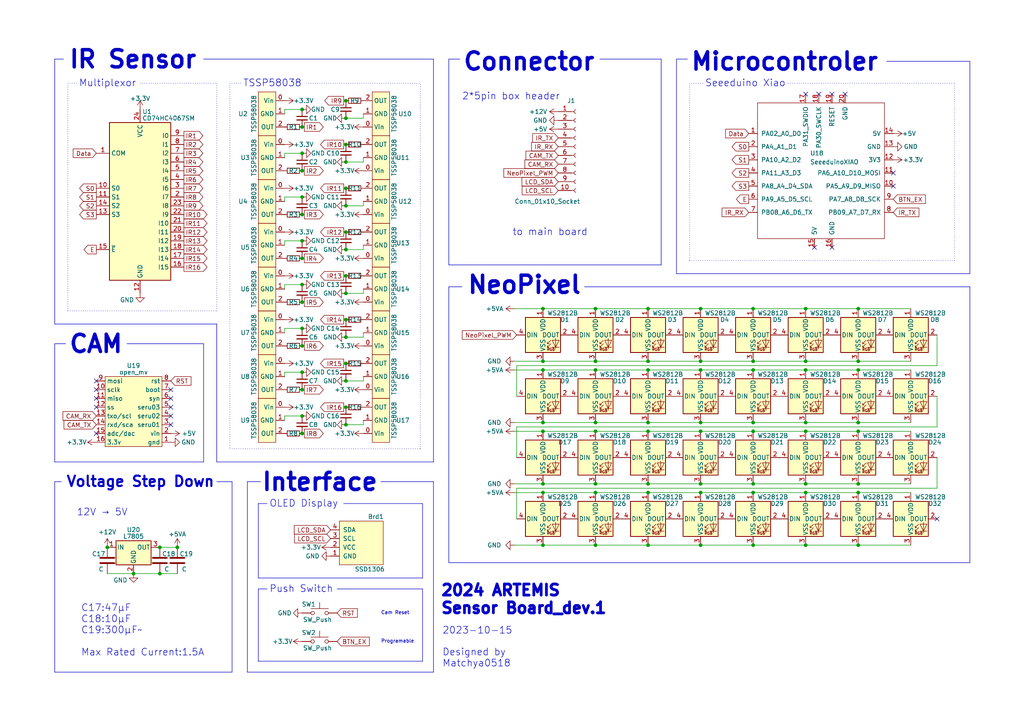
<source format=kicad_sch>
(kicad_sch (version 20230121) (generator eeschema)
  (paper "A4")
  (junction (at 248.92 125.095))
  (junction (at 203.2 142.875))
  (junction (at 233.68 107.315))
  (junction (at 100.33 72.39))
  (junction (at 100.33 110.49))
  (junction (at 248.92 122.555))
  (junction (at 46.355 158.75))
  (junction (at 248.92 158.115))
  (junction (at 187.96 122.555))
  (junction (at 172.72 140.335))
  (junction (at 157.48 140.335))
  (junction (at 218.44 158.115))
  (junction (at 187.96 107.315))
  (junction (at 87.63 87.63))
  (junction (at 203.2 140.335))
  (junction (at 172.72 158.115))
  (junction (at 172.72 89.535))
  (junction (at 233.68 122.555))
  (junction (at 203.2 89.535))
  (junction (at 157.48 107.315))
  (junction (at 248.92 104.775))
  (junction (at 233.68 104.775))
  (junction (at 46.355 166.37))
  (junction (at 187.96 125.095))
  (junction (at 87.63 95.25))
  (junction (at 157.48 158.115))
  (junction (at 187.96 158.115))
  (junction (at 100.33 105.41))
  (junction (at 51.435 158.75))
  (junction (at 157.48 122.555))
  (junction (at 87.63 31.75))
  (junction (at 203.2 122.555))
  (junction (at 87.63 107.95))
  (junction (at 157.48 142.875))
  (junction (at 87.63 120.65))
  (junction (at 233.68 140.335))
  (junction (at 172.72 122.555))
  (junction (at 100.33 46.99))
  (junction (at 31.115 158.75))
  (junction (at 187.96 104.775))
  (junction (at 218.44 104.775))
  (junction (at 87.63 100.33))
  (junction (at 100.33 118.11))
  (junction (at 172.72 125.095))
  (junction (at 172.72 107.315))
  (junction (at 100.33 80.01))
  (junction (at 248.92 140.335))
  (junction (at 100.33 41.91))
  (junction (at 172.72 104.775))
  (junction (at 100.33 29.21))
  (junction (at 218.44 89.535))
  (junction (at 218.44 142.875))
  (junction (at 248.92 107.315))
  (junction (at 203.2 104.775))
  (junction (at 203.2 125.095))
  (junction (at 100.33 34.29))
  (junction (at 38.735 166.37))
  (junction (at 87.63 57.15))
  (junction (at 87.63 82.55))
  (junction (at 100.33 123.19))
  (junction (at 187.96 142.875))
  (junction (at 218.44 122.555))
  (junction (at 233.68 142.875))
  (junction (at 233.68 89.535))
  (junction (at 218.44 107.315))
  (junction (at 172.72 142.875))
  (junction (at 87.63 49.53))
  (junction (at 87.63 113.03))
  (junction (at 100.33 85.09))
  (junction (at 248.92 89.535))
  (junction (at 87.63 44.45))
  (junction (at 87.63 74.93))
  (junction (at 100.33 97.79))
  (junction (at 157.48 89.535))
  (junction (at 203.2 158.115))
  (junction (at 157.48 125.095))
  (junction (at 187.96 89.535))
  (junction (at 87.63 36.83))
  (junction (at 100.33 59.69))
  (junction (at 248.92 142.875))
  (junction (at 157.48 104.775))
  (junction (at 233.68 125.095))
  (junction (at 87.63 69.85))
  (junction (at 100.33 92.71))
  (junction (at 218.44 140.335))
  (junction (at 87.63 62.23))
  (junction (at 187.96 140.335))
  (junction (at 87.63 125.73))
  (junction (at 203.2 107.315))
  (junction (at 233.68 158.115))
  (junction (at 100.33 67.31))
  (junction (at 100.33 54.61))
  (junction (at 218.44 125.095))
  (no_connect (at 49.53 118.11))
  (no_connect (at 27.94 118.11))
  (no_connect (at 49.53 113.03))
  (no_connect (at 27.94 110.49))
  (no_connect (at 49.53 115.57))
  (no_connect (at 259.08 50.165))
  (no_connect (at 27.94 113.03))
  (no_connect (at 49.53 123.19))
  (no_connect (at 271.78 150.495))
  (no_connect (at 237.49 27.305))
  (no_connect (at 241.3 71.755))
  (no_connect (at 245.11 27.305))
  (no_connect (at 49.53 120.65))
  (no_connect (at 233.68 27.305))
  (no_connect (at 241.3 27.305))
  (no_connect (at 236.22 71.755))
  (no_connect (at 27.94 115.57))
  (no_connect (at 259.08 53.975))
  (no_connect (at 27.94 125.73))
  (wire (pts (xy 172.72 158.115) (xy 187.96 158.115)))
  (wire (pts (xy 233.68 107.315) (xy 248.92 107.315)))
  (polyline (pts (xy 191.77 76.835) (xy 191.77 17.145)))
  (wire (pts (xy 82.55 31.75) (xy 82.55 33.02)))
  (polyline (pts (xy 66.675 24.13) (xy 66.675 130.175)) (stroke (width 0) (type dot)))
  (wire (pts (xy 88.265 36.83) (xy 87.63 36.83)))
  (wire (pts (xy 100.33 110.49) (xy 105.41 110.49)))
  (polyline (pts (xy 15.875 133.985) (xy 59.055 133.985)))
  (wire (pts (xy 271.78 132.715) (xy 271.78 141.605)))
  (wire (pts (xy 31.115 166.37) (xy 38.735 166.37)))
  (wire (pts (xy 46.355 166.37) (xy 51.435 166.37)))
  (wire (pts (xy 157.48 107.315) (xy 172.72 107.315)))
  (wire (pts (xy 87.63 95.25) (xy 82.55 95.25)))
  (wire (pts (xy 88.265 113.03) (xy 87.63 113.03)))
  (wire (pts (xy 187.96 125.095) (xy 203.2 125.095)))
  (wire (pts (xy 157.48 104.775) (xy 172.72 104.775)))
  (polyline (pts (xy 199.39 17.145) (xy 196.215 17.145)))
  (polyline (pts (xy 67.31 194.945) (xy 67.31 139.7)))
  (polyline (pts (xy 66.675 130.175) (xy 121.92 130.175)) (stroke (width 0) (type dot)))
  (wire (pts (xy 271.78 106.045) (xy 271.78 97.155)))
  (wire (pts (xy 157.48 125.095) (xy 172.72 125.095)))
  (wire (pts (xy 105.41 46.99) (xy 105.41 45.72)))
  (wire (pts (xy 233.68 142.875) (xy 248.92 142.875)))
  (wire (pts (xy 99.695 54.61) (xy 100.33 54.61)))
  (wire (pts (xy 105.41 34.29) (xy 105.41 33.02)))
  (polyline (pts (xy 59.055 17.145) (xy 125.73 17.145)))
  (wire (pts (xy 248.92 122.555) (xy 264.16 122.555)))
  (polyline (pts (xy 15.875 99.695) (xy 15.875 133.985)))
  (wire (pts (xy 149.86 106.045) (xy 271.78 106.045)))
  (polyline (pts (xy 203.835 24.13) (xy 200.025 24.13)) (stroke (width 0) (type dot)))
  (polyline (pts (xy 69.85 24.13) (xy 66.675 24.13)) (stroke (width 0) (type dot)))
  (wire (pts (xy 248.92 104.775) (xy 264.16 104.775)))
  (polyline (pts (xy 71.755 194.945) (xy 125.73 194.945)))
  (wire (pts (xy 218.44 122.555) (xy 233.68 122.555)))
  (polyline (pts (xy 281.305 79.375) (xy 281.305 17.78)))
  (polyline (pts (xy 17.78 139.7) (xy 15.875 139.7)))
  (wire (pts (xy 99.695 67.31) (xy 100.33 67.31)))
  (polyline (pts (xy 62.865 90.17) (xy 62.865 24.13)) (stroke (width 0) (type dot)))
  (wire (pts (xy 271.78 114.935) (xy 271.78 123.825)))
  (wire (pts (xy 82.55 95.25) (xy 82.55 96.52)))
  (wire (pts (xy 88.265 49.53) (xy 87.63 49.53)))
  (wire (pts (xy 88.265 62.23) (xy 87.63 62.23)))
  (wire (pts (xy 105.41 72.39) (xy 105.41 71.12)))
  (wire (pts (xy 187.96 122.555) (xy 203.2 122.555)))
  (wire (pts (xy 187.96 140.335) (xy 203.2 140.335)))
  (wire (pts (xy 157.48 122.555) (xy 172.72 122.555)))
  (polyline (pts (xy 88.9 24.13) (xy 121.92 24.13)) (stroke (width 0) (type dot)))
  (wire (pts (xy 87.63 69.85) (xy 82.55 69.85)))
  (wire (pts (xy 233.68 104.775) (xy 248.92 104.775)))
  (wire (pts (xy 271.78 123.825) (xy 149.86 123.825)))
  (wire (pts (xy 149.86 114.935) (xy 149.86 106.045)))
  (wire (pts (xy 172.72 125.095) (xy 187.96 125.095)))
  (wire (pts (xy 157.48 142.875) (xy 172.72 142.875)))
  (wire (pts (xy 82.55 44.45) (xy 82.55 45.72)))
  (polyline (pts (xy 36.83 99.695) (xy 59.055 99.695)))
  (wire (pts (xy 233.68 89.535) (xy 248.92 89.535)))
  (wire (pts (xy 203.2 122.555) (xy 218.44 122.555)))
  (polyline (pts (xy 200.025 24.13) (xy 200.025 75.565)) (stroke (width 0) (type dot)))
  (wire (pts (xy 100.33 59.69) (xy 105.41 59.69)))
  (wire (pts (xy 203.2 125.095) (xy 218.44 125.095)))
  (wire (pts (xy 87.63 107.95) (xy 82.55 107.95)))
  (polyline (pts (xy 169.545 83.185) (xy 281.305 83.185)))
  (polyline (pts (xy 257.175 17.78) (xy 281.305 17.78)))
  (polyline (pts (xy 40.64 24.13) (xy 62.865 24.13)) (stroke (width 0) (type dot)))
  (wire (pts (xy 105.41 59.69) (xy 105.41 58.42)))
  (wire (pts (xy 105.41 123.19) (xy 105.41 121.92)))
  (polyline (pts (xy 200.025 75.565) (xy 276.86 75.565)) (stroke (width 0) (type dot)))
  (wire (pts (xy 203.2 158.115) (xy 218.44 158.115)))
  (wire (pts (xy 218.44 107.315) (xy 233.68 107.315)))
  (wire (pts (xy 88.265 125.73) (xy 87.63 125.73)))
  (wire (pts (xy 99.695 118.11) (xy 100.33 118.11)))
  (wire (pts (xy 172.72 140.335) (xy 187.96 140.335)))
  (wire (pts (xy 87.63 31.75) (xy 82.55 31.75)))
  (polyline (pts (xy 18.415 17.145) (xy 15.875 17.145)))
  (wire (pts (xy 99.695 29.21) (xy 100.33 29.21)))
  (wire (pts (xy 99.695 41.91) (xy 100.33 41.91)))
  (wire (pts (xy 100.33 34.29) (xy 105.41 34.29)))
  (wire (pts (xy 82.55 120.65) (xy 82.55 121.92)))
  (wire (pts (xy 172.72 104.775) (xy 187.96 104.775)))
  (wire (pts (xy 187.96 158.115) (xy 203.2 158.115)))
  (wire (pts (xy 218.44 158.115) (xy 233.68 158.115)))
  (wire (pts (xy 149.225 104.775) (xy 157.48 104.775)))
  (wire (pts (xy 87.63 82.55) (xy 82.55 82.55)))
  (wire (pts (xy 203.2 140.335) (xy 218.44 140.335)))
  (polyline (pts (xy 228.6 24.13) (xy 276.86 24.13)) (stroke (width 0) (type dot)))
  (polyline (pts (xy 133.985 83.185) (xy 130.175 83.185)))
  (polyline (pts (xy 74.93 146.05) (xy 74.93 167.64)))
  (wire (pts (xy 157.48 158.115) (xy 172.72 158.115)))
  (wire (pts (xy 38.735 166.37) (xy 46.355 166.37)))
  (polyline (pts (xy 19.685 90.17) (xy 62.865 90.17)) (stroke (width 0) (type dot)))
  (polyline (pts (xy 74.93 170.815) (xy 74.93 191.77)))
  (polyline (pts (xy 62.865 133.985) (xy 125.73 133.985)))
  (polyline (pts (xy 130.175 17.145) (xy 130.175 76.835)))
  (wire (pts (xy 187.96 142.875) (xy 203.2 142.875)))
  (wire (pts (xy 172.72 107.315) (xy 187.96 107.315)))
  (wire (pts (xy 149.225 125.095) (xy 157.48 125.095)))
  (wire (pts (xy 187.96 104.775) (xy 203.2 104.775)))
  (polyline (pts (xy 77.47 170.815) (xy 74.93 170.815)))
  (wire (pts (xy 100.33 85.09) (xy 105.41 85.09)))
  (wire (pts (xy 88.265 74.93) (xy 87.63 74.93)))
  (wire (pts (xy 218.44 140.335) (xy 233.68 140.335)))
  (polyline (pts (xy 74.93 191.77) (xy 122.555 191.77)))
  (wire (pts (xy 203.2 142.875) (xy 218.44 142.875)))
  (polyline (pts (xy 62.865 93.98) (xy 62.865 133.985)))
  (polyline (pts (xy 15.875 17.145) (xy 15.875 93.98)))
  (wire (pts (xy 248.92 158.115) (xy 264.16 158.115)))
  (wire (pts (xy 82.55 82.55) (xy 82.55 83.82)))
  (wire (pts (xy 87.63 120.65) (xy 82.55 120.65)))
  (wire (pts (xy 248.92 89.535) (xy 264.16 89.535)))
  (wire (pts (xy 82.55 69.85) (xy 82.55 71.12)))
  (polyline (pts (xy 19.05 99.695) (xy 15.875 99.695)))
  (polyline (pts (xy 121.92 130.175) (xy 121.92 24.13)) (stroke (width 0) (type dot)))
  (wire (pts (xy 105.41 97.79) (xy 105.41 96.52)))
  (wire (pts (xy 218.44 142.875) (xy 233.68 142.875)))
  (polyline (pts (xy 281.305 163.195) (xy 281.305 83.185)))
  (polyline (pts (xy 77.47 146.05) (xy 74.93 146.05)))
  (wire (pts (xy 203.2 104.775) (xy 218.44 104.775)))
  (polyline (pts (xy 130.175 83.185) (xy 130.175 163.195)))
  (polyline (pts (xy 15.875 139.7) (xy 15.875 194.945)))
  (wire (pts (xy 100.33 123.19) (xy 105.41 123.19)))
  (wire (pts (xy 157.48 140.335) (xy 172.72 140.335)))
  (wire (pts (xy 248.92 125.095) (xy 264.16 125.095)))
  (wire (pts (xy 100.33 46.99) (xy 105.41 46.99)))
  (wire (pts (xy 88.265 100.33) (xy 87.63 100.33)))
  (wire (pts (xy 88.265 87.63) (xy 87.63 87.63)))
  (wire (pts (xy 149.225 140.335) (xy 157.48 140.335)))
  (wire (pts (xy 99.695 92.71) (xy 100.33 92.71)))
  (wire (pts (xy 172.72 122.555) (xy 187.96 122.555)))
  (polyline (pts (xy 133.35 17.145) (xy 130.175 17.145)))
  (wire (pts (xy 203.2 107.315) (xy 218.44 107.315)))
  (polyline (pts (xy 71.755 139.7) (xy 71.755 194.945)))
  (wire (pts (xy 46.355 158.75) (xy 51.435 158.75)))
  (wire (pts (xy 149.86 123.825) (xy 149.86 132.715)))
  (wire (pts (xy 100.33 72.39) (xy 105.41 72.39)))
  (polyline (pts (xy 15.875 93.98) (xy 62.865 93.98)))
  (wire (pts (xy 271.78 141.605) (xy 149.86 141.605)))
  (wire (pts (xy 218.44 104.775) (xy 233.68 104.775)))
  (wire (pts (xy 149.225 89.535) (xy 157.48 89.535)))
  (polyline (pts (xy 125.73 194.945) (xy 125.73 139.7)))
  (wire (pts (xy 248.92 140.335) (xy 264.16 140.335)))
  (wire (pts (xy 105.41 110.49) (xy 105.41 109.22)))
  (wire (pts (xy 218.44 125.095) (xy 233.68 125.095)))
  (wire (pts (xy 248.92 142.875) (xy 264.16 142.875)))
  (polyline (pts (xy 22.225 24.13) (xy 19.685 24.13)) (stroke (width 0) (type dot)))
  (polyline (pts (xy 15.875 194.945) (xy 67.31 194.945)))
  (wire (pts (xy 172.72 89.535) (xy 187.96 89.535)))
  (wire (pts (xy 149.225 122.555) (xy 157.48 122.555)))
  (wire (pts (xy 100.33 97.79) (xy 105.41 97.79)))
  (wire (pts (xy 218.44 89.535) (xy 233.68 89.535)))
  (polyline (pts (xy 130.175 163.195) (xy 281.305 163.195)))
  (wire (pts (xy 203.2 89.535) (xy 218.44 89.535)))
  (wire (pts (xy 157.48 89.535) (xy 172.72 89.535)))
  (wire (pts (xy 87.63 44.45) (xy 82.55 44.45)))
  (polyline (pts (xy 110.49 139.7) (xy 125.73 139.7)))
  (wire (pts (xy 99.695 80.01) (xy 100.33 80.01)))
  (wire (pts (xy 233.68 140.335) (xy 248.92 140.335)))
  (polyline (pts (xy 196.215 17.145) (xy 196.215 79.375)))
  (polyline (pts (xy 74.93 167.64) (xy 122.555 167.64)))
  (polyline (pts (xy 130.175 76.835) (xy 191.77 76.835)))
  (wire (pts (xy 149.86 141.605) (xy 149.86 150.495)))
  (wire (pts (xy 233.68 158.115) (xy 248.92 158.115)))
  (polyline (pts (xy 122.555 191.77) (xy 122.555 170.815)))
  (polyline (pts (xy 59.055 133.985) (xy 59.055 99.695)))
  (polyline (pts (xy 173.99 17.145) (xy 191.77 17.145)))
  (polyline (pts (xy 19.685 24.13) (xy 19.685 90.17)) (stroke (width 0) (type dot)))
  (wire (pts (xy 172.72 142.875) (xy 187.96 142.875)))
  (wire (pts (xy 248.92 107.315) (xy 264.16 107.315)))
  (wire (pts (xy 99.695 105.41) (xy 100.33 105.41)))
  (polyline (pts (xy 125.73 133.985) (xy 125.73 17.145)))
  (wire (pts (xy 149.225 142.875) (xy 157.48 142.875)))
  (polyline (pts (xy 97.79 170.815) (xy 122.555 170.815)))
  (polyline (pts (xy 276.86 75.565) (xy 276.86 24.13)) (stroke (width 0) (type dot)))
  (wire (pts (xy 82.55 107.95) (xy 82.55 109.22)))
  (polyline (pts (xy 196.215 79.375) (xy 281.305 79.375)))
  (wire (pts (xy 233.68 125.095) (xy 248.92 125.095)))
  (wire (pts (xy 233.68 122.555) (xy 248.92 122.555)))
  (wire (pts (xy 105.41 85.09) (xy 105.41 83.82)))
  (polyline (pts (xy 75.565 139.7) (xy 71.755 139.7)))
  (wire (pts (xy 149.225 158.115) (xy 157.48 158.115)))
  (polyline (pts (xy 122.555 167.64) (xy 122.555 146.05)))
  (wire (pts (xy 82.55 57.15) (xy 82.55 58.42)))
  (wire (pts (xy 187.96 107.315) (xy 203.2 107.315)))
  (polyline (pts (xy 62.865 139.7) (xy 67.31 139.7)))
  (wire (pts (xy 87.63 57.15) (xy 82.55 57.15)))
  (wire (pts (xy 187.96 89.535) (xy 203.2 89.535)))
  (polyline (pts (xy 99.695 146.05) (xy 122.555 146.05)))
  (wire (pts (xy 149.225 107.315) (xy 157.48 107.315)))
  (text "Seeeduino Xiao" (at 204.47 25.4 0) (effects (font (size 2 2)) (justify left bottom)))
  (text "IR Sensor" (at 19.685 20.32 0) (effects (font (size 5 5) bold) (justify left bottom)))
  (text "2024 ARTEMIS\nSensor Board_dev.1" (at 127.635 178.435 0) (effects (font (size 3.2 3.2) (thickness 0.8) bold) (justify left bottom)))
  (text "Push Switch" (at 78.105 172.085 0) (effects (font (size 2 2)) (justify left bottom)))
  (text "TSSP58038" (at 70.485 25.4 0) (effects (font (size 2 2)) (justify left bottom)))
  (text "to main board" (at 148.59 68.58 0) (effects (font (size 2 2)) (justify left bottom)))
  (text "Programable" (at 110.49 186.69 0) (effects (font (size 1 1)) (justify left bottom)))
  (text "Voltage Step Down" (at 19.05 141.605 0) (effects (font (size 3 3) (thickness 0.6) bold) (justify left bottom)))
  (text "C17:47μF\nC18:10μF\nC19:300μF~\n\nMax Rated Current:1.5A" (at 23.495 190.5 0) (effects (font (size 2 2)) (justify left bottom)))
  (text "CAM" (at 19.685 102.87 0) (effects (font (size 5 5) (thickness 1) bold) (justify left bottom)))
  (text "12V → 5V" (at 22.225 149.86 0) (effects (font (size 2 2)) (justify left bottom)))
  (text "Designed by\nMatchya0518" (at 128.27 193.675 0) (effects (font (size 2 2)) (justify left bottom)))
  (text "2023-10-15" (at 128.27 184.15 0) (effects (font (size 2 2)) (justify left bottom)))
  (text "Microcontroler" (at 200.025 20.955 0) (effects (font (size 5 5) (thickness 1) bold) (justify left bottom)))
  (text "NeoPixel" (at 135.255 85.725 0) (effects (font (size 5 5) (thickness 1) bold) (justify left bottom)))
  (text "Interface" (at 75.565 142.875 0) (effects (font (size 5 5) (thickness 1) bold) (justify left bottom)))
  (text "Cam Reset" (at 110.49 178.435 0) (effects (font (size 1 1)) (justify left bottom)))
  (text "Multiplexor" (at 22.86 25.4 0) (effects (font (size 2 2)) (justify left bottom)))
  (text "OLED Display" (at 78.105 147.32 0) (effects (font (size 2 2)) (justify left bottom)))
  (text "Connector" (at 133.985 20.955 0) (effects (font (size 5 5) bold) (justify left bottom)))
  (text "2*5pin box header" (at 133.985 29.21 0) (effects (font (size 2 2)) (justify left bottom)))
  (global_label "IR_RX" (shape input) (at 161.925 42.545 180) (property "Intersheetrefs" "${INTERSHEET_REFS}" (effects hide)))
  (global_label "IR6" (shape output) (at 53.34 52.07 0) (property "Intersheetrefs" "${INTERSHEET_REFS}" (effects hide)))
  (global_label "LCD_SCL" (shape input) (at 161.925 55.245 180) (property "Intersheetrefs" "${INTERSHEET_REFS}" (effects hide)))
  (global_label "CAM_TX" (shape input) (at 161.925 45.085 180) (property "Intersheetrefs" "${INTERSHEET_REFS}" (effects hide)))
  (global_label "IR7" (shape output) (at 53.34 54.61 0) (property "Intersheetrefs" "${INTERSHEET_REFS}" (effects hide)))
  (global_label "S2" (shape output) (at 217.17 50.165 180) (property "Intersheetrefs" "${INTERSHEET_REFS}" (effects hide)))
  (global_label "IR7" (shape output) (at 88.265 113.03 0) (property "Intersheetrefs" "${INTERSHEET_REFS}" (effects hide)))
  (global_label "IR2" (shape output) (at 88.265 49.53 0) (property "Intersheetrefs" "${INTERSHEET_REFS}" (effects hide)))
  (global_label "S1" (shape output) (at 217.17 46.355 180) (property "Intersheetrefs" "${INTERSHEET_REFS}" (effects hide)))
  (global_label "LCD_SDA" (shape input) (at 161.925 52.705 180) (property "Intersheetrefs" "${INTERSHEET_REFS}" (effects hide)))
  (global_label "IR14" (shape output) (at 53.34 72.39 0) (property "Intersheetrefs" "${INTERSHEET_REFS}" (effects hide)))
  (global_label "CAM_RX" (shape input) (at 27.94 120.65 180) (property "Intersheetrefs" "${INTERSHEET_REFS}" (effects hide)))
  (global_label "E" (shape output) (at 217.17 57.785 180) (property "Intersheetrefs" "${INTERSHEET_REFS}" (effects hide)))
  (global_label "Data" (shape input) (at 217.17 38.735 180) (property "Intersheetrefs" "${INTERSHEET_REFS}" (effects hide)))
  (global_label "IR15" (shape output) (at 53.34 74.93 0) (property "Intersheetrefs" "${INTERSHEET_REFS}" (effects hide)))
  (global_label "IR12" (shape output) (at 53.34 67.31 0) (property "Intersheetrefs" "${INTERSHEET_REFS}" (effects hide)))
  (global_label "IR4" (shape output) (at 88.265 74.93 0) (property "Intersheetrefs" "${INTERSHEET_REFS}" (effects hide)))
  (global_label "S0" (shape output) (at 217.17 42.545 180) (property "Intersheetrefs" "${INTERSHEET_REFS}" (effects hide)))
  (global_label "IR12" (shape output) (at 99.695 67.31 180) (property "Intersheetrefs" "${INTERSHEET_REFS}" (effects hide)))
  (global_label "RST" (shape input) (at 49.53 110.49 0) (property "Intersheetrefs" "${INTERSHEET_REFS}" (effects hide)))
  (global_label "LCD_SDA" (shape input) (at 95.885 153.67 180) (property "Intersheetrefs" "${INTERSHEET_REFS}" (effects hide)))
  (global_label "IR16" (shape output) (at 53.34 77.47 0) (property "Intersheetrefs" "${INTERSHEET_REFS}" (effects hide)))
  (global_label "IR5" (shape output) (at 53.34 49.53 0) (property "Intersheetrefs" "${INTERSHEET_REFS}" (effects hide)))
  (global_label "S3" (shape output) (at 217.17 53.975 180) (property "Intersheetrefs" "${INTERSHEET_REFS}" (effects hide)))
  (global_label "IR_TX" (shape input) (at 161.925 40.005 180) (property "Intersheetrefs" "${INTERSHEET_REFS}" (effects hide)))
  (global_label "IR9" (shape output) (at 99.695 29.21 180) (property "Intersheetrefs" "${INTERSHEET_REFS}" (effects hide)))
  (global_label "S1" (shape output) (at 27.94 57.15 180) (property "Intersheetrefs" "${INTERSHEET_REFS}" (effects hide)))
  (global_label "CAM_TX" (shape input) (at 27.94 123.19 180) (property "Intersheetrefs" "${INTERSHEET_REFS}" (effects hide)))
  (global_label "IR6" (shape output) (at 88.265 100.33 0) (property "Intersheetrefs" "${INTERSHEET_REFS}" (effects hide)))
  (global_label "IR8" (shape output) (at 53.34 57.15 0) (property "Intersheetrefs" "${INTERSHEET_REFS}" (effects hide)))
  (global_label "IR16" (shape output) (at 99.695 118.11 180) (property "Intersheetrefs" "${INTERSHEET_REFS}" (effects hide)))
  (global_label "IR2" (shape output) (at 53.34 41.91 0) (property "Intersheetrefs" "${INTERSHEET_REFS}" (effects hide)))
  (global_label "IR10" (shape output) (at 99.695 41.91 180) (property "Intersheetrefs" "${INTERSHEET_REFS}" (effects hide)))
  (global_label "IR11" (shape output) (at 99.695 54.61 180) (property "Intersheetrefs" "${INTERSHEET_REFS}" (effects hide)))
  (global_label "IR14" (shape output) (at 99.695 92.71 180) (property "Intersheetrefs" "${INTERSHEET_REFS}" (effects hide)))
  (global_label "IR10" (shape output) (at 53.34 62.23 0) (property "Intersheetrefs" "${INTERSHEET_REFS}" (effects hide)))
  (global_label "E" (shape output) (at 27.94 72.39 180) (property "Intersheetrefs" "${INTERSHEET_REFS}" (effects hide)))
  (global_label "IR1" (shape output) (at 53.34 39.37 0) (property "Intersheetrefs" "${INTERSHEET_REFS}" (effects hide)))
  (global_label "IR4" (shape output) (at 53.34 46.99 0) (property "Intersheetrefs" "${INTERSHEET_REFS}" (effects hide)))
  (global_label "IR8" (shape output) (at 88.265 125.73 0) (property "Intersheetrefs" "${INTERSHEET_REFS}" (effects hide)))
  (global_label "IR5" (shape output) (at 88.265 87.63 0) (property "Intersheetrefs" "${INTERSHEET_REFS}" (effects hide)))
  (global_label "LCD_SCL" (shape input) (at 95.885 156.21 180) (property "Intersheetrefs" "${INTERSHEET_REFS}" (effects hide)))
  (global_label "NeoPixel_PWM" (shape input) (at 161.925 50.165 180) (property "Intersheetrefs" "${INTERSHEET_REFS}" (effects hide)))
  (global_label "CAM_RX" (shape input) (at 161.925 47.625 180) (property "Intersheetrefs" "${INTERSHEET_REFS}" (effects hide)))
  (global_label "IR1" (shape output) (at 88.265 36.83 0) (property "Intersheetrefs" "${INTERSHEET_REFS}" (effects hide)))
  (global_label "IR_TX" (shape input) (at 259.08 61.595 0) (property "Intersheetrefs" "${INTERSHEET_REFS}" (effects hide)))
  (global_label "IR15" (shape output) (at 99.695 105.41 180) (property "Intersheetrefs" "${INTERSHEET_REFS}" (effects hide)))
  (global_label "BTN_EX" (shape input) (at 259.08 57.785 0) (property "Intersheetrefs" "${INTERSHEET_REFS}" (effects hide)))
  (global_label "IR3" (shape output) (at 88.265 62.23 0) (property "Intersheetrefs" "${INTERSHEET_REFS}" (effects hide)))
  (global_label "IR11" (shape output) (at 53.34 64.77 0) (property "Intersheetrefs" "${INTERSHEET_REFS}" (effects hide)))
  (global_label "IR13" (shape output) (at 99.695 80.01 180) (property "Intersheetrefs" "${INTERSHEET_REFS}" (effects hide)))
  (global_label "IR9" (shape output) (at 53.34 59.69 0) (property "Intersheetrefs" "${INTERSHEET_REFS}" (effects hide)))
  (global_label "IR13" (shape output) (at 53.34 69.85 0) (property "Intersheetrefs" "${INTERSHEET_REFS}" (effects hide)))
  (global_label "BTN_EX" (shape input) (at 97.79 186.055 0) (property "Intersheetrefs" "${INTERSHEET_REFS}" (effects hide)))
  (global_label "S3" (shape output) (at 27.94 62.23 180) (property "Intersheetrefs" "${INTERSHEET_REFS}" (effects hide)))
  (global_label "RST" (shape input) (at 97.79 177.8 0) (property "Intersheetrefs" "${INTERSHEET_REFS}" (effects hide)))
  (global_label "S2" (shape output) (at 27.94 59.69 180) (property "Intersheetrefs" "${INTERSHEET_REFS}" (effects hide)))
  (global_label "S0" (shape output) (at 27.94 54.61 180) (property "Intersheetrefs" "${INTERSHEET_REFS}" (effects hide)))
  (global_label "IR_RX" (shape input) (at 217.17 61.595 180) (property "Intersheetrefs" "${INTERSHEET_REFS}" (effects hide)))
  (global_label "Data" (shape input) (at 27.94 44.45 180) (property "Intersheetrefs" "${INTERSHEET_REFS}" (effects hide)))
  (global_label "IR3" (shape output) (at 53.34 44.45 0) (property "Intersheetrefs" "${INTERSHEET_REFS}" (effects hide)))
  (global_label "NeoPixel_PWM" (shape input) (at 149.86 97.155 180) (property "Intersheetrefs" "${INTERSHEET_REFS}" (effects hide)))
  (symbol (lib_id "power:+3.3V") (at 259.08 46.355 270) (unit 1)
    (property "Reference" "#PWR048" (effects hide))
    (property "Value" "+3.3V" (at 264.795 46.355 90))
  )
  (symbol (lib_id "power:+3.3V") (at 105.41 87.63 90) (unit 1)
    (property "Reference" "#PWR037" (effects hide))
    (property "Value" "+3.3V" (at 102.87 87.63 90) (effects (justify left)))
  )
  (symbol (lib_id "LED:WS2812B") (at 264.16 150.495 0) (unit 1)
    (property "Reference" "D32" (at 271.145 146.05 0))
    (property "Value" "WS2812B" (at 269.875 144.145 0))
    (property "Footprint" "WS2812B:LED_WS2812B-Mini_3.5x3.5mm" (effects hide))
    (property "Datasheet" "https://cdn-shop.adafruit.com/datasheets/WS2812B.pdf" (effects hide))
  )
  (symbol (lib_id "power:GND") (at 87.63 120.65 90) (unit 1)
    (property "Reference" "#PWR016" (effects hide))
    (property "Value" "GND" (at 90.17 120.65 90) (effects (justify right)))
  )
  (symbol (lib_id "Device:R_Small") (at 85.09 62.23 90) (unit 1)
    (property "Reference" "R3" (at 85.09 62.23 90))
    (property "Value" "R_Small" (effects hide))
    (property "Footprint" "Capacitor_SMD:C_0402_1005Metric" (effects hide))
  )
  (symbol (lib_id "power:GND") (at 87.63 44.45 90) (unit 1)
    (property "Reference" "#PWR010" (effects hide))
    (property "Value" "GND" (at 90.17 44.45 90) (effects (justify right)))
  )
  (symbol (lib_id "TSSP58038:TSSP58038") (at 107.95 109.22 270) (unit 1)
    (property "Reference" "U16" (at 116.84 109.22 90))
    (property "Value" "TSSP58038" (at 114.3 109.22 0))
    (property "Footprint" "TSSP58038:TSSP58038" (effects hide))
  )
  (symbol (lib_id "Switch:SW_Push") (at 92.71 177.8 0) (unit 1)
    (property "Reference" "SW1" (at 89.535 175.26 0))
    (property "Value" "SW_Push" (at 92.075 179.705 0))
    (property "Footprint" "Button_Switch_THT:SW_PUSH_6mm_H5mm" (effects hide))
  )
  (symbol (lib_id "power:GND") (at 149.225 122.555 270) (unit 1)
    (property "Reference" "#PWR04" (effects hide))
    (property "Value" "GND" (at 145.415 122.555 90) (effects (justify right)))
  )
  (symbol (lib_id "Device:C_Small") (at 100.33 120.65 0) (unit 1)
    (property "Reference" "C16" (at 94.615 120.65 0) (effects (justify left)))
    (property "Value" "C_Small" (effects hide))
    (property "Footprint" "Capacitor_SMD:C_0402_1005Metric" (effects hide))
  )
  (symbol (lib_id "LED:WS2812B") (at 172.72 150.495 0) (unit 1)
    (property "Reference" "D26" (at 179.705 146.05 0))
    (property "Value" "WS2812B" (at 178.435 144.145 0))
    (property "Footprint" "WS2812B:LED_WS2812B-Mini_3.5x3.5mm" (effects hide))
    (property "Datasheet" "https://cdn-shop.adafruit.com/datasheets/WS2812B.pdf" (effects hide))
  )
  (symbol (lib_id "power:+3.3V") (at 82.55 92.71 270) (unit 1)
    (property "Reference" "#PWR030" (effects hide))
    (property "Value" "+3.3V" (at 85.09 92.71 90) (effects (justify left)))
  )
  (symbol (lib_id "LED:WS2812B") (at 203.2 97.155 0) (unit 1)
    (property "Reference" "D4" (at 210.185 92.71 0))
    (property "Value" "WS2812B" (at 208.915 90.805 0))
    (property "Footprint" "WS2812B:LED_WS2812B-Mini_3.5x3.5mm" (effects hide))
    (property "Datasheet" "https://cdn-shop.adafruit.com/datasheets/WS2812B.pdf" (effects hide))
  )
  (symbol (lib_id "LED:WS2812B") (at 203.2 114.935 0) (unit 1)
    (property "Reference" "D12" (at 210.185 110.49 0))
    (property "Value" "WS2812B" (at 208.915 108.585 0))
    (property "Footprint" "WS2812B:LED_WS2812B-Mini_3.5x3.5mm" (effects hide))
    (property "Datasheet" "https://cdn-shop.adafruit.com/datasheets/WS2812B.pdf" (effects hide))
  )
  (symbol (lib_id "power:GND") (at 100.33 123.19 270) (unit 1)
    (property "Reference" "#PWR024" (effects hide))
    (property "Value" "GND" (at 97.79 123.19 90) (effects (justify right)))
  )
  (symbol (lib_id "LED:WS2812B") (at 218.44 114.935 0) (unit 1)
    (property "Reference" "D13" (at 225.425 110.49 0))
    (property "Value" "WS2812B" (at 224.155 108.585 0))
    (property "Footprint" "WS2812B:LED_WS2812B-Mini_3.5x3.5mm" (effects hide))
    (property "Datasheet" "https://cdn-shop.adafruit.com/datasheets/WS2812B.pdf" (effects hide))
  )
  (symbol (lib_id "LED:WS2812B") (at 157.48 150.495 0) (unit 1)
    (property "Reference" "D25" (at 163.83 146.05 0))
    (property "Value" "WS2812B" (at 163.195 144.145 0))
    (property "Footprint" "WS2812B:LED_WS2812B-Mini_3.5x3.5mm" (effects hide))
    (property "Datasheet" "https://cdn-shop.adafruit.com/datasheets/WS2812B.pdf" (effects hide))
  )
  (symbol (lib_id "LED:WS2812B") (at 248.92 150.495 0) (unit 1)
    (property "Reference" "D31" (at 255.905 146.05 0))
    (property "Value" "WS2812B" (at 254.635 144.145 0))
    (property "Footprint" "WS2812B:LED_WS2812B-Mini_3.5x3.5mm" (effects hide))
    (property "Datasheet" "https://cdn-shop.adafruit.com/datasheets/WS2812B.pdf" (effects hide))
  )
  (symbol (lib_id "power:GND") (at 259.08 42.545 90) (unit 1)
    (property "Reference" "#PWR047" (effects hide))
    (property "Value" "GND" (at 264.16 42.545 90))
  )
  (symbol (lib_id "Device:C_Small") (at 100.33 95.25 0) (unit 1)
    (property "Reference" "C14" (at 94.615 95.25 0) (effects (justify left)))
    (property "Value" "C_Small" (effects hide))
    (property "Footprint" "Capacitor_SMD:C_0402_1005Metric" (effects hide))
  )
  (symbol (lib_id "power:+5VA") (at 149.225 125.095 90) (unit 1)
    (property "Reference" "#PWR03" (effects hide))
    (property "Value" "+5VA" (at 146.05 125.095 90) (effects (justify left)))
  )
  (symbol (lib_id "TSSP58038:TSSP58038") (at 107.95 58.42 270) (unit 1)
    (property "Reference" "U12" (at 117.475 58.42 90))
    (property "Value" "TSSP58038" (at 114.3 58.42 0))
    (property "Footprint" "TSSP58038:TSSP58038" (effects hide))
  )
  (symbol (lib_id "power:+3.3V") (at 82.55 80.01 270) (unit 1)
    (property "Reference" "#PWR029" (effects hide))
    (property "Value" "+3.3V" (at 85.09 80.01 90) (effects (justify left)))
  )
  (symbol (lib_id "power:+3.3V") (at 82.55 54.61 270) (unit 1)
    (property "Reference" "#PWR027" (effects hide))
    (property "Value" "+3.3V" (at 85.09 54.61 90) (effects (justify left)))
  )
  (symbol (lib_id "Device:R_Small") (at 85.09 113.03 90) (unit 1)
    (property "Reference" "R7" (at 85.09 113.03 90))
    (property "Value" "R_Small" (effects hide))
    (property "Footprint" "Capacitor_SMD:C_0402_1005Metric" (effects hide))
  )
  (symbol (lib_id "Device:C_Small") (at 87.63 123.19 0) (unit 1)
    (property "Reference" "C8" (at 89.535 123.19 0) (effects (justify left)))
    (property "Value" "C_Small" (effects hide))
    (property "Footprint" "Capacitor_SMD:C_0402_1005Metric" (effects hide))
  )
  (symbol (lib_id "power:+5V") (at 259.08 38.735 270) (unit 1)
    (property "Reference" "#PWR046" (effects hide))
    (property "Value" "+5V" (at 261.62 38.735 90) (effects (justify left)))
  )
  (symbol (lib_id "Device:R_Small") (at 102.87 29.21 90) (unit 1)
    (property "Reference" "R9" (at 102.87 29.21 90))
    (property "Value" "R_Small" (effects hide))
    (property "Footprint" "Capacitor_SMD:C_0402_1005Metric" (effects hide))
  )
  (symbol (lib_id "LED:WS2812B") (at 172.72 97.155 0) (unit 1)
    (property "Reference" "D2" (at 179.705 92.71 0))
    (property "Value" "WS2812B" (at 178.435 90.805 0))
    (property "Footprint" "WS2812B:LED_WS2812B-Mini_3.5x3.5mm" (effects hide))
    (property "Datasheet" "https://cdn-shop.adafruit.com/datasheets/WS2812B.pdf" (effects hide))
  )
  (symbol (lib_id "power:GND") (at 100.33 34.29 270) (unit 1)
    (property "Reference" "#PWR017" (effects hide))
    (property "Value" "GND" (at 97.79 34.29 90) (effects (justify right)))
  )
  (symbol (lib_id "power:GND") (at 95.885 161.29 270) (unit 1)
    (property "Reference" "#PWR052" (effects hide))
    (property "Value" "GND" (at 92.71 161.29 90) (effects (justify right)))
  )
  (symbol (lib_id "power:+3.3V") (at 95.885 158.75 90) (unit 1)
    (property "Reference" "#PWR053" (effects hide))
    (property "Value" "+3.3V" (at 90.17 158.75 90))
  )
  (symbol (lib_id "TSSP58038:TSSP58038") (at 107.95 96.52 270) (unit 1)
    (property "Reference" "U15" (at 116.84 96.52 90))
    (property "Value" "TSSP58038" (at 114.3 96.52 0))
    (property "Footprint" "TSSP58038:TSSP58038" (effects hide))
  )
  (symbol (lib_id "LED:WS2812B") (at 218.44 97.155 0) (unit 1)
    (property "Reference" "D5" (at 225.425 92.71 0))
    (property "Value" "WS2812B" (at 224.155 90.805 0))
    (property "Footprint" "WS2812B:LED_WS2812B-Mini_3.5x3.5mm" (effects hide))
    (property "Datasheet" "https://cdn-shop.adafruit.com/datasheets/WS2812B.pdf" (effects hide))
  )
  (symbol (lib_id "Switch:SW_Push") (at 92.71 186.055 0) (unit 1)
    (property "Reference" "SW2" (at 89.535 183.515 0))
    (property "Value" "SW_Push" (at 92.075 187.96 0))
    (property "Footprint" "Button_Switch_THT:SW_PUSH_6mm_H5mm" (effects hide))
  )
  (symbol (lib_id "TSSP58038:TSSP58038") (at 80.01 96.52 90) (unit 1)
    (property "Reference" "U7" (at 71.12 96.52 90))
    (property "Value" "TSSP58038" (at 73.66 96.52 0))
    (property "Footprint" "TSSP58038:TSSP58038" (effects hide))
  )
  (symbol (lib_id "power:+5VA") (at 149.225 107.315 90) (unit 1)
    (property "Reference" "#PWR02" (effects hide))
    (property "Value" "+5VA" (at 146.05 107.315 90) (effects (justify left)))
  )
  (symbol (lib_id "Device:C_Small") (at 100.33 57.15 0) (unit 1)
    (property "Reference" "C11" (at 94.615 57.15 0) (effects (justify left)))
    (property "Value" "C_Small" (effects hide))
    (property "Footprint" "Capacitor_SMD:C_0402_1005Metric" (effects hide))
  )
  (symbol (lib_id "TSSP58038:TSSP58038") (at 107.95 121.92 270) (unit 1)
    (property "Reference" "U17" (at 116.84 121.92 90))
    (property "Value" "TSSP58038" (at 114.3 121.92 0))
    (property "Footprint" "TSSP58038:TSSP58038" (effects hide))
  )
  (symbol (lib_id "74xx:CD74HC4067SM") (at 40.64 57.15 0) (unit 1)
    (property "Reference" "U1" (at 41.275 32.385 0) (effects (justify left)))
    (property "Value" "CD74HC4067SM" (at 41.275 34.29 0) (effects (justify left)))
    (property "Footprint" "Package_SO:SSOP-24_5.3x8.2mm_P0.65mm" (effects hide))
    (property "Datasheet" "http://www.ti.com/lit/ds/symlink/cd74hc4067.pdf" (effects hide))
  )
  (symbol (lib_id "TSSP58038:TSSP58038") (at 80.01 83.82 90) (unit 1)
    (property "Reference" "U6" (at 71.12 83.82 90))
    (property "Value" "TSSP58038" (at 73.66 83.82 0))
    (property "Footprint" "TSSP58038:TSSP58038" (effects hide))
  )
  (symbol (lib_id "power:GND") (at 87.63 95.25 90) (unit 1)
    (property "Reference" "#PWR014" (effects hide))
    (property "Value" "GND" (at 90.17 95.25 90) (effects (justify right)))
  )
  (symbol (lib_id "power:+3.3V") (at 105.41 36.83 90) (unit 1)
    (property "Reference" "#PWR033" (effects hide))
    (property "Value" "+3.3V" (at 102.87 36.83 90) (effects (justify left)))
  )
  (symbol (lib_id "Seeeduino XIAO:SeeeduinoXIAO") (at 238.76 50.165 0) (unit 1)
    (property "Reference" "U18" (at 234.95 44.45 0) (effects (justify left)))
    (property "Value" "SeeeduinoXIAO" (at 234.95 46.99 0) (effects (justify left)))
    (property "Footprint" "Seeeduino_Xiao:seeeduinoXIAO" (effects hide))
  )
  (symbol (lib_id "LED:WS2812B") (at 248.92 132.715 0) (unit 1)
    (property "Reference" "D23" (at 255.905 128.27 0))
    (property "Value" "WS2812B" (at 254.635 126.365 0))
    (property "Footprint" "WS2812B:LED_WS2812B-Mini_3.5x3.5mm" (effects hide))
    (property "Datasheet" "https://cdn-shop.adafruit.com/datasheets/WS2812B.pdf" (effects hide))
  )
  (symbol (lib_id "Regulator_Linear:L7805") (at 38.735 158.75 0) (unit 1)
    (property "Reference" "U20" (at 38.735 153.67 0))
    (property "Value" "L7805" (at 38.735 155.575 0))
    (property "Footprint" "Seeeduino_Xiao:3端子レギュレータ" (effects hide))
    (property "Datasheet" "http://www.st.com/content/ccc/resource/technical/document/datasheet/41/4f/b3/b0/12/d4/47/88/CD00000444.pdf/files/CD00000444.pdf/jcr:content/translations/en.CD00000444.pdf" (effects hide))
  )
  (symbol (lib_id "LED:WS2812B") (at 218.44 132.715 0) (unit 1)
    (property "Reference" "D21" (at 225.425 128.27 0))
    (property "Value" "WS2812B" (at 224.155 126.365 0))
    (property "Footprint" "WS2812B:LED_WS2812B-Mini_3.5x3.5mm" (effects hide))
    (property "Datasheet" "https://cdn-shop.adafruit.com/datasheets/WS2812B.pdf" (effects hide))
  )
  (symbol (lib_id "LED:WS2812B") (at 187.96 97.155 0) (unit 1)
    (property "Reference" "D3" (at 194.945 92.71 0))
    (property "Value" "WS2812B" (at 193.675 90.805 0))
    (property "Footprint" "WS2812B:LED_WS2812B-Mini_3.5x3.5mm" (effects hide))
    (property "Datasheet" "https://cdn-shop.adafruit.com/datasheets/WS2812B.pdf" (effects hide))
  )
  (symbol (lib_id "power:GND") (at 100.33 110.49 270) (unit 1)
    (property "Reference" "#PWR023" (effects hide))
    (property "Value" "GND" (at 97.79 110.49 90) (effects (justify right)))
  )
  (symbol (lib_id "power:+3.3V") (at 82.55 29.21 270) (unit 1)
    (property "Reference" "#PWR025" (effects hide))
    (property "Value" "+3.3V" (at 85.09 29.21 90) (effects (justify left)))
  )
  (symbol (lib_id "power:GND") (at 49.53 128.27 90) (unit 1)
    (property "Reference" "#PWR043" (effects hide))
    (property "Value" "GND" (at 54.61 128.27 90))
  )
  (symbol (lib_id "power:+3.3V") (at 87.63 186.055 90) (unit 1)
    (property "Reference" "#PWR058" (effects hide))
    (property "Value" "+3.3V" (at 81.915 186.055 90))
  )
  (symbol (lib_id "TSSP58038:TSSP58038") (at 107.95 33.02 270) (unit 1)
    (property "Reference" "U10" (at 117.475 33.02 90))
    (property "Value" "TSSP58038" (at 114.3 33.02 0))
    (property "Footprint" "TSSP58038:TSSP58038" (effects hide))
  )
  (symbol (lib_id "LED:WS2812B") (at 233.68 150.495 0) (unit 1)
    (property "Reference" "D30" (at 240.665 146.05 0))
    (property "Value" "WS2812B" (at 239.395 144.145 0))
    (property "Footprint" "WS2812B:LED_WS2812B-Mini_3.5x3.5mm" (effects hide))
    (property "Datasheet" "https://cdn-shop.adafruit.com/datasheets/WS2812B.pdf" (effects hide))
  )
  (symbol (lib_id "power:GND") (at 149.225 158.115 270) (unit 1)
    (property "Reference" "#PWR08" (effects hide))
    (property "Value" "GND" (at 145.415 158.115 90) (effects (justify right)))
  )
  (symbol (lib_id "Device:C_Small") (at 87.63 72.39 0) (unit 1)
    (property "Reference" "C4" (at 89.535 72.39 0) (effects (justify left)))
    (property "Value" "C_Small" (effects hide))
    (property "Footprint" "Capacitor_SMD:C_0402_1005Metric" (effects hide))
  )
  (symbol (lib_id "Device:C_Small") (at 87.63 85.09 0) (unit 1)
    (property "Reference" "C5" (at 89.535 85.09 0) (effects (justify left)))
    (property "Value" "C_Small" (effects hide))
    (property "Footprint" "Capacitor_SMD:C_0402_1005Metric" (effects hide))
  )
  (symbol (lib_id "TSSP58038:TSSP58038") (at 80.01 109.22 90) (unit 1)
    (property "Reference" "U8" (at 71.12 109.22 90))
    (property "Value" "TSSP58038" (at 73.66 109.22 0))
    (property "Footprint" "TSSP58038:TSSP58038" (effects hide))
  )
  (symbol (lib_id "power:GND") (at 149.225 140.335 270) (unit 1)
    (property "Reference" "#PWR06" (effects hide))
    (property "Value" "GND" (at 145.415 140.335 90) (effects (justify right)))
  )
  (symbol (lib_id "Device:R_Small") (at 102.87 105.41 90) (unit 1)
    (property "Reference" "R15" (at 102.87 105.41 90))
    (property "Value" "R_Small" (effects hide))
    (property "Footprint" "Capacitor_SMD:C_0402_1005Metric" (effects hide))
  )
  (symbol (lib_id "Device:C_Small") (at 100.33 44.45 0) (unit 1)
    (property "Reference" "C10" (at 94.615 44.45 0) (effects (justify left)))
    (property "Value" "C_Small" (effects hide))
    (property "Footprint" "Capacitor_SMD:C_0402_1005Metric" (effects hide))
  )
  (symbol (lib_id "power:+5V") (at 161.925 37.465 90) (unit 1)
    (property "Reference" "#PWR050" (effects hide))
    (property "Value" "+5V" (at 158.75 37.465 90) (effects (justify left)))
  )
  (symbol (lib_id "power:+12V") (at 31.115 158.75 0) (unit 1)
    (property "Reference" "#PWR056" (effects hide))
    (property "Value" "+12V" (at 31.115 154.305 0))
  )
  (symbol (lib_id "Device:R_Small") (at 102.87 54.61 90) (unit 1)
    (property "Reference" "R11" (at 102.87 54.61 90))
    (property "Value" "R_Small" (effects hide))
    (property "Footprint" "Capacitor_SMD:C_0402_1005Metric" (effects hide))
  )
  (symbol (lib_id "power:GND") (at 40.64 85.09 0) (unit 1)
    (property "Reference" "#PWR042" (effects hide))
    (property "Value" "GND" (at 36.83 86.995 0))
  )
  (symbol (lib_id "TSSP58038:TSSP58038") (at 80.01 71.12 90) (unit 1)
    (property "Reference" "U5" (at 71.12 71.755 90))
    (property "Value" "TSSP58038" (at 73.66 71.12 0))
    (property "Footprint" "TSSP58038:TSSP58038" (effects hide))
  )
  (symbol (lib_id "power:GND") (at 100.33 46.99 270) (unit 1)
    (property "Reference" "#PWR018" (effects hide))
    (property "Value" "GND" (at 97.79 46.99 90) (effects (justify right)))
  )
  (symbol (lib_id "Device:C_Small") (at 87.63 110.49 0) (unit 1)
    (property "Reference" "C7" (at 89.535 110.49 0) (effects (justify left)))
    (property "Value" "C_Small" (effects hide))
    (property "Footprint" "Capacitor_SMD:C_0402_1005Metric" (effects hide))
  )
  (symbol (lib_id "LED:WS2812B") (at 203.2 132.715 0) (unit 1)
    (property "Reference" "D20" (at 210.185 128.27 0))
    (property "Value" "WS2812B" (at 208.915 126.365 0))
    (property "Footprint" "WS2812B:LED_WS2812B-Mini_3.5x3.5mm" (effects hide))
    (property "Datasheet" "https://cdn-shop.adafruit.com/datasheets/WS2812B.pdf" (effects hide))
  )
  (symbol (lib_id "LED:WS2812B") (at 248.92 114.935 0) (unit 1)
    (property "Reference" "D15" (at 255.905 110.49 0))
    (property "Value" "WS2812B" (at 254.635 108.585 0))
    (property "Footprint" "WS2812B:LED_WS2812B-Mini_3.5x3.5mm" (effects hide))
    (property "Datasheet" "https://cdn-shop.adafruit.com/datasheets/WS2812B.pdf" (effects hide))
  )
  (symbol (lib_id "Device:C_Small") (at 87.63 46.99 0) (unit 1)
    (property "Reference" "C2" (at 89.535 46.99 0) (effects (justify left)))
    (property "Value" "C_Small" (effects hide))
    (property "Footprint" "Capacitor_SMD:C_0402_1005Metric" (effects hide))
  )
  (symbol (lib_id "Device:C_Small") (at 100.33 69.85 0) (unit 1)
    (property "Reference" "C12" (at 94.615 69.85 0) (effects (justify left)))
    (property "Value" "C_Small" (effects hide))
    (property "Footprint" "Capacitor_SMD:C_0402_1005Metric" (effects hide))
  )
  (symbol (lib_id "power:GND") (at 87.63 69.85 90) (unit 1)
    (property "Reference" "#PWR012" (effects hide))
    (property "Value" "GND" (at 90.17 69.85 90) (effects (justify right)))
  )
  (symbol (lib_id "open_mv:open_mv") (at 39.37 109.22 0) (unit 1)
    (property "Reference" "U19" (at 38.735 106.045 0))
    (property "Value" "open_mv" (at 38.735 107.95 0))
    (property "Footprint" "OpenMV:OpenMV" (effects hide))
  )
  (symbol (lib_id "LED:WS2812B") (at 172.72 132.715 0) (unit 1)
    (property "Reference" "D18" (at 179.705 128.27 0))
    (property "Value" "WS2812B" (at 178.435 126.365 0))
    (property "Footprint" "WS2812B:LED_WS2812B-Mini_3.5x3.5mm" (effects hide))
    (property "Datasheet" "https://cdn-shop.adafruit.com/datasheets/WS2812B.pdf" (effects hide))
  )
  (symbol (lib_id "Device:C_Small") (at 87.63 59.69 0) (unit 1)
    (property "Reference" "C3" (at 89.535 59.69 0) (effects (justify left)))
    (property "Value" "C_Small" (effects hide))
    (property "Footprint" "Capacitor_SMD:C_0402_1005Metric" (effects hide))
  )
  (symbol (lib_id "LED:WS2812B") (at 264.16 132.715 0) (unit 1)
    (property "Reference" "D24" (at 271.145 128.27 0))
    (property "Value" "WS2812B" (at 269.875 126.365 0))
    (property "Footprint" "WS2812B:LED_WS2812B-Mini_3.5x3.5mm" (effects hide))
    (property "Datasheet" "https://cdn-shop.adafruit.com/datasheets/WS2812B.pdf" (effects hide))
  )
  (symbol (lib_id "power:GND") (at 87.63 31.75 90) (unit 1)
    (property "Reference" "#PWR09" (effects hide))
    (property "Value" "GND" (at 90.17 31.75 90) (effects (justify right)))
  )
  (symbol (lib_id "LED:WS2812B") (at 187.96 114.935 0) (unit 1)
    (property "Reference" "D11" (at 194.945 110.49 0))
    (property "Value" "WS2812B" (at 193.675 108.585 0))
    (property "Footprint" "WS2812B:LED_WS2812B-Mini_3.5x3.5mm" (effects hide))
    (property "Datasheet" "https://cdn-shop.adafruit.com/datasheets/WS2812B.pdf" (effects hide))
  )
  (symbol (lib_id "Connector:Conn_01x10_Socket") (at 167.005 42.545 0) (unit 1)
    (property "Reference" "J1" (at 164.465 29.21 0) (effects (justify left)))
    (property "Value" "Conn_01x10_Socket" (at 149.225 58.42 0) (effects (justify left)))
    (property "Footprint" "Connector_IDC:IDC-Header_2x05_P2.54mm_Vertical" (effects hide))
  )
  (symbol (lib_id "LED:WS2812B") (at 203.2 150.495 0) (unit 1)
    (property "Reference" "D28" (at 210.185 146.05 0))
    (property "Value" "WS2812B" (at 208.915 144.145 0))
    (property "Footprint" "WS2812B:LED_WS2812B-Mini_3.5x3.5mm" (effects hide))
    (property "Datasheet" "https://cdn-shop.adafruit.com/datasheets/WS2812B.pdf" (effects hide))
  )
  (symbol (lib_id "power:GND") (at 87.63 177.8 270) (unit 1)
    (property "Reference" "#PWR057" (effects hide))
    (property "Value" "GND" (at 82.55 177.8 90))
  )
  (symbol (lib_id "TSSP58038:TSSP58038") (at 107.95 83.82 270) (unit 1)
    (property "Reference" "U14" (at 116.84 83.82 90))
    (property "Value" "TSSP58038" (at 114.3 83.82 0))
    (property "Footprint" "TSSP58038:TSSP58038" (effects hide))
  )
  (symbol (lib_id "LED:WS2812B") (at 233.68 132.715 0) (unit 1)
    (property "Reference" "D22" (at 240.665 128.27 0))
    (property "Value" "WS2812B" (at 239.395 126.365 0))
    (property "Footprint" "WS2812B:LED_WS2812B-Mini_3.5x3.5mm" (effects hide))
    (property "Datasheet" "https://cdn-shop.adafruit.com/datasheets/WS2812B.pdf" (effects hide))
  )
  (symbol (lib_id "power:GND") (at 87.63 57.15 90) (unit 1)
    (property "Reference" "#PWR011" (effects hide))
    (property "Value" "GND" (at 90.17 57.15 90) (effects (justify right)))
  )
  (symbol (lib_id "TSSP58038:TSSP58038") (at 80.01 121.92 90) (unit 1)
    (property "Reference" "U9" (at 71.12 121.92 90))
    (property "Value" "TSSP58038" (at 73.66 121.92 0))
    (property "Footprint" "TSSP58038:TSSP58038" (effects hide))
  )
  (symbol (lib_id "Device:C") (at 51.435 162.56 0) (unit 1)
    (property "Reference" "C19" (at 52.07 160.655 0) (effects (justify left)))
    (property "Value" "C" (at 52.705 165.1 0) (effects (justify left)))
    (property "Footprint" "Capacitor_SMD:CP_Elec_5x5.4" (effects hide))
  )
  (symbol (lib_id "TSSP58038:TSSP58038") (at 80.01 33.02 90) (unit 1)
    (property "Reference" "U2" (at 70.485 33.02 90))
    (property "Value" "TSSP58038" (at 73.66 33.02 0))
    (property "Footprint" "TSSP58038:TSSP58038" (effects hide))
  )
  (symbol (lib_id "LED:WS2812B") (at 157.48 114.935 0) (unit 1)
    (property "Reference" "D9" (at 163.83 110.49 0))
    (property "Value" "WS2812B" (at 163.195 108.585 0))
    (property "Footprint" "WS2812B:LED_WS2812B-Mini_3.5x3.5mm" (effects hide))
    (property "Datasheet" "https://cdn-shop.adafruit.com/datasheets/WS2812B.pdf" (effects hide))
  )
  (symbol (lib_id "Device:C") (at 46.355 162.56 0) (unit 1)
    (property "Reference" "C18" (at 46.99 160.655 0) (effects (justify left)))
    (property "Value" "C" (at 47.625 165.1 0) (effects (justify left)))
    (property "Footprint" "Capacitor_SMD:C_0402_1005Metric" (effects hide))
  )
  (symbol (lib_id "Device:R_Small") (at 85.09 74.93 90) (unit 1)
    (property "Reference" "R4" (at 85.09 74.93 90))
    (property "Value" "R_Small" (effects hide))
    (property "Footprint" "Capacitor_SMD:C_0402_1005Metric" (effects hide))
  )
  (symbol (lib_id "Device:C_Small") (at 100.33 107.95 0) (unit 1)
    (property "Reference" "C15" (at 94.615 107.95 0) (effects (justify left)))
    (property "Value" "C_Small" (effects hide))
    (property "Footprint" "Capacitor_SMD:C_0402_1005Metric" (effects hide))
  )
  (symbol (lib_id "LED:WS2812B") (at 233.68 97.155 0) (unit 1)
    (property "Reference" "D6" (at 240.665 92.71 0))
    (property "Value" "WS2812B" (at 239.395 90.805 0))
    (property "Footprint" "WS2812B:LED_WS2812B-Mini_3.5x3.5mm" (effects hide))
    (property "Datasheet" "https://cdn-shop.adafruit.com/datasheets/WS2812B.pdf" (effects hide))
  )
  (symbol (lib_id "Device:C_Small") (at 100.33 31.75 0) (unit 1)
    (property "Reference" "C9" (at 95.885 31.75 0) (effects (justify left)))
    (property "Value" "C_Small" (effects hide))
    (property "Footprint" "Capacitor_SMD:C_0402_1005Metric" (effects hide))
  )
  (symbol (lib_id "Device:R_Small") (at 85.09 36.83 90) (unit 1)
    (property "Reference" "R1" (at 85.09 36.83 90))
    (property "Value" "R_Small" (effects hide))
    (property "Footprint" "Capacitor_SMD:C_0402_1005Metric" (effects hide))
  )
  (symbol (lib_id "LED:WS2812B") (at 157.48 132.715 0) (unit 1)
    (property "Reference" "D17" (at 163.83 128.27 0))
    (property "Value" "WS2812B" (at 163.195 126.365 0))
    (property "Footprint" "WS2812B:LED_WS2812B-Mini_3.5x3.5mm" (effects hide))
    (property "Datasheet" "https://cdn-shop.adafruit.com/datasheets/WS2812B.pdf" (effects hide))
  )
  (symbol (lib_id "power:GND") (at 100.33 59.69 270) (unit 1)
    (property "Reference" "#PWR019" (effects hide))
    (property "Value" "GND" (at 97.79 59.69 90) (effects (justify right)))
  )
  (symbol (lib_id "Device:R_Small") (at 85.09 87.63 90) (unit 1)
    (property "Reference" "R5" (at 85.09 87.63 90))
    (property "Value" "R_Small" (effects hide))
    (property "Footprint" "Capacitor_SMD:C_0402_1005Metric" (effects hide))
  )
  (symbol (lib_id "power:+3.3V") (at 82.55 67.31 270) (unit 1)
    (property "Reference" "#PWR028" (effects hide))
    (property "Value" "+3.3V" (at 85.09 67.31 90) (effects (justify left)))
  )
  (symbol (lib_id "LED:WS2812B") (at 172.72 114.935 0) (unit 1)
    (property "Reference" "D10" (at 179.705 110.49 0))
    (property "Value" "WS2812B" (at 178.435 108.585 0))
    (property "Footprint" "WS2812B:LED_WS2812B-Mini_3.5x3.5mm" (effects hide))
    (property "Datasheet" "https://cdn-shop.adafruit.com/datasheets/WS2812B.pdf" (effects hide))
  )
  (symbol (lib_id "power:+12V") (at 161.925 32.385 90) (unit 1)
    (property "Reference" "#PWR049" (effects hide))
    (property "Value" "+12V" (at 158.75 32.385 90) (effects (justify left)))
  )
  (symbol (lib_id "power:GND") (at 100.33 85.09 270) (unit 1)
    (property "Reference" "#PWR021" (effects hide))
    (property "Value" "GND" (at 97.79 85.09 90) (effects (justify right)))
  )
  (symbol (lib_id "power:GND") (at 38.735 166.37 0) (unit 1)
    (property "Reference" "#PWR054" (effects hide))
    (property "Value" "GND" (at 34.925 168.275 0))
  )
  (symbol (lib_id "power:GND") (at 100.33 72.39 270) (unit 1)
    (property "Reference" "#PWR020" (effects hide))
    (property "Value" "GND" (at 97.79 72.39 90) (effects (justify right)))
  )
  (symbol (lib_id "LED:WS2812B") (at 264.16 114.935 0) (unit 1)
    (property "Reference" "D16" (at 271.145 110.49 0))
    (property "Value" "WS2812B" (at 269.875 108.585 0))
    (property "Footprint" "WS2812B:LED_WS2812B-Mini_3.5x3.5mm" (effects hide))
    (property "Datasheet" "https://cdn-shop.adafruit.com/datasheets/WS2812B.pdf" (effects hide))
  )
  (symbol (lib_id "LED:WS2812B") (at 187.96 132.715 0) (unit 1)
    (property "Reference" "D19" (at 194.945 128.27 0))
    (property "Value" "WS2812B" (at 193.675 126.365 0))
    (property "Footprint" "WS2812B:LED_WS2812B-Mini_3.5x3.5mm" (effects hide))
    (property "Datasheet" "https://cdn-shop.adafruit.com/datasheets/WS2812B.pdf" (effects hide))
  )
  (symbol (lib_id "power:GND") (at 161.925 34.925 270) (unit 1)
    (property "Reference" "#PWR051" (effects hide))
    (property "Value" "GND" (at 158.75 34.925 90) (effects (justify right)))
  )
  (symbol (lib_id "TSSP58038:TSSP58038") (at 80.01 45.72 90) (unit 1)
    (property "Reference" "U3" (at 71.12 45.72 90))
    (property "Value" "TSSP58038" (at 73.66 45.72 0))
    (property "Footprint" "TSSP58038:TSSP58038" (effects hide))
  )
  (symbol (lib_id "power:+3.3V") (at 105.41 125.73 90) (unit 1)
    (property "Reference" "#PWR040" (effects hide))
    (property "Value" "+3.3V" (at 102.87 125.73 90) (effects (justify left)))
  )
  (symbol (lib_id "power:+3.3V") (at 105.41 62.23 90) (unit 1)
    (property "Reference" "#PWR035" (effects hide))
    (property "Value" "+3.3V" (at 102.87 62.23 90) (effects (justify left)))
  )
  (symbol (lib_id "Device:C_Small") (at 87.63 34.29 0) (unit 1)
    (property "Reference" "C1" (at 89.535 34.29 0) (effects (justify left)))
    (property "Value" "C_Small" (effects hide))
    (property "Footprint" "Capacitor_SMD:C_0402_1005Metric" (effects hide))
  )
  (symbol (lib_id "Device:R_Small") (at 102.87 92.71 90) (unit 1)
    (property "Reference" "R14" (at 102.87 92.71 90))
    (property "Value" "R_Small" (effects hide))
    (property "Footprint" "Capacitor_SMD:C_0402_1005Metric" (effects hide))
  )
  (symbol (lib_id "power:+3.3V") (at 82.55 118.11 270) (unit 1)
    (property "Reference" "#PWR032" (effects hide))
    (property "Value" "+3.3V" (at 85.09 118.11 90) (effects (justify left)))
  )
  (symbol (lib_id "power:+5VA") (at 149.225 89.535 90) (unit 1)
    (property "Reference" "#PWR045" (effects hide))
    (property "Value" "+5VA" (at 146.05 89.535 90) (effects (justify left)))
  )
  (symbol (lib_id "power:GND") (at 149.225 104.775 270) (unit 1)
    (property "Reference" "#PWR01" (effects hide))
    (property "Value" "GND" (at 145.415 104.775 90) (effects (justify right)))
  )
  (symbol (lib_id "power:GND") (at 87.63 82.55 90) (unit 1)
    (property "Reference" "#PWR013" (effects hide))
    (property "Value" "GND" (at 90.17 82.55 90) (effects (justify right)))
  )
  (symbol (lib_id "power:+3.3V") (at 105.41 49.53 90) (unit 1)
    (property "Reference" "#PWR034" (effects hide))
    (property "Value" "+3.3V" (at 102.87 49.53 90) (effects (justify left)))
  )
  (symbol (lib_id "TSSP58038:TSSP58038") (at 107.95 45.72 270) (unit 1)
    (property "Reference" "U11" (at 116.84 45.72 90))
    (property "Value" "TSSP58038" (at 114.3 45.72 0))
    (property "Footprint" "TSSP58038:TSSP58038" (effects hide))
  )
  (symbol (lib_id "TSSP58038:TSSP58038") (at 80.01 58.42 90) (unit 1)
    (property "Reference" "U4" (at 70.485 58.42 90))
    (property "Value" "TSSP58038" (at 73.66 58.42 0))
    (property "Footprint" "TSSP58038:TSSP58038" (effects hide))
  )
  (symbol (lib_id "LED:WS2812B") (at 233.68 114.935 0) (unit 1)
    (property "Reference" "D14" (at 240.665 110.49 0))
    (property "Value" "WS2812B" (at 239.395 108.585 0))
    (property "Footprint" "WS2812B:LED_WS2812B-Mini_3.5x3.5mm" (effects hide))
    (property "Datasheet" "https://cdn-shop.adafruit.com/datasheets/WS2812B.pdf" (effects hide))
  )
  (symbol (lib_id "LED:WS2812B") (at 248.92 97.155 0) (unit 1)
    (property "Reference" "D7" (at 255.905 92.71 0))
    (property "Value" "WS2812B" (at 254.635 90.805 0))
    (property "Footprint" "WS2812B:LED_WS2812B-Mini_3.5x3.5mm" (effects hide))
    (property "Datasheet" "https://cdn-shop.adafruit.com/datasheets/WS2812B.pdf" (effects hide))
  )
  (symbol (lib_id "Device:C") (at 31.115 162.56 0) (unit 1)
    (property "Reference" "C17" (at 26.67 160.655 0) (effects (justify left)))
    (property "Value" "C" (at 28.575 165.1 0) (effects (justify left)))
    (property "Footprint" "Capacitor_SMD:CP_Elec_5x5.4" (effects hide))
  )
  (symbol (lib_id "power:+3.3V") (at 82.55 41.91 270) (unit 1)
    (property "Reference" "#PWR026" (effects hide))
    (property "Value" "+3.3V" (at 85.09 41.91 90) (effects (justify left)))
  )
  (symbol (lib_id "Device:R_Small") (at 102.87 41.91 90) (unit 1)
    (property "Reference" "R10" (at 102.87 41.91 90))
    (property "Value" "R_Small" (effects hide))
    (property "Footprint" "Capacitor_SMD:C_0402_1005Metric" (effects hide))
  )
  (symbol (lib_id "Device:C_Small") (at 100.33 82.55 0) (unit 1)
    (property "Reference" "C13" (at 94.615 82.55 0) (effects (justify left)))
    (property "Value" "C_Small" (effects hide))
    (property "Footprint" "Capacitor_SMD:C_0402_1005Metric" (effects hide))
  )
  (symbol (lib_id "LED:WS2812B") (at 187.96 150.495 0) (unit 1)
    (property "Reference" "D27" (at 194.945 146.05 0))
    (property "Value" "WS2812B" (at 193.675 144.145 0))
    (property "Footprint" "WS2812B:LED_WS2812B-Mini_3.5x3.5mm" (effects hide))
    (property "Datasheet" "https://cdn-shop.adafruit.com/datasheets/WS2812B.pdf" (effects hide))
  )
  (symbol (lib_id "Device:R_Small") (at 102.87 118.11 90) (unit 1)
    (property "Reference" "R16" (at 102.87 118.11 90))
    (property "Value" "R_Small" (effects hide))
    (property "Footprint" "Capacitor_SMD:C_0402_1005Metric" (effects hide))
  )
  (symbol (lib_id "power:+5V") (at 49.53 125.73 270) (unit 1)
    (property "Reference" "#PWR07" (effects hide))
    (property "Value" "+5V" (at 52.705 125.73 90) (effects (justify left)))
  )
  (symbol (lib_id "Device:R_Small") (at 102.87 80.01 90) (unit 1)
    (property "Reference" "R13" (at 102.87 80.01 90))
    (property "Value" "R_Small" (effects hide))
    (property "Footprint" "Capacitor_SMD:C_0402_1005Metric" (effects hide))
  )
  (symbol (lib_id "power:+5VA") (at 51.435 158.75 0) (unit 1)
    (property "Reference" "#PWR055" (effects hide))
    (property "Value" "+5VA" (at 51.435 154.94 0))
  )
  (symbol (lib_id "power:+3.3V") (at 105.41 74.93 90) (unit 1)
    (property "Reference" "#PWR036" (effects hide))
    (property "Value" "+3.3V" (at 102.87 74.93 90) (effects (justify left)))
  )
  (symbol (lib_id "Device:R_Small") (at 85.09 125.73 90) (unit 1)
    (property "Reference" "R8" (at 85.09 125.73 90))
    (property "Value" "R_Small" (effects hide))
    (property "Footprint" "Capacitor_SMD:C_0402_1005Metric" (effects hide))
  )
  (symbol (lib_id "power:GND") (at 100.33 97.79 270) (unit 1)
    (property "Reference" "#PWR022" (effects hide))
    (property "Value" "GND" (at 97.79 97.79 90) (effects (justify right)))
  )
  (symbol (lib_id "LED:WS2812B") (at 157.48 97.155 0) (unit 1)
    (property "Reference" "D1" (at 163.83 92.71 0))
    (property "Value" "WS2812B" (at 163.195 90.805 0))
    (property "Footprint" "WS2812B:LED_WS2812B-Mini_3.5x3.5mm" (effects hide))
    (property "Datasheet" "https://cdn-shop.adafruit.com/datasheets/WS2812B.pdf" (effects hide))
  )
  (symbol (lib_id "power:+3.3V") (at 105.41 100.33 90) (unit 1)
    (property "Reference" "#PWR038" (effects hide))
    (property "Value" "+3.3V" (at 102.87 100.33 90) (effects (justify left)))
  )
  (symbol (lib_id "Device:R_Small") (at 85.09 100.33 90) (unit 1)
    (property "Reference" "R6" (at 85.09 100.33 90))
    (property "Value" "R_Small" (effects hide))
    (property "Footprint" "Capacitor_SMD:C_0402_1005Metric" (effects hide))
  )
  (symbol (lib_id "Device:R_Small") (at 85.09 49.53 90) (unit 1)
    (property "Reference" "R2" (at 85.09 49.53 90))
    (property "Value" "R_Small" (effects hide))
    (property "Footprint" "Capacitor_SMD:C_0402_1005Metric" (effects hide))
  )
  (symbol (lib_id "LED:WS2812B") (at 264.16 97.155 0) (unit 1)
    (property "Reference" "D8" (at 271.145 92.71 0))
    (property "Value" "WS2812B" (at 269.875 90.805 0))
    (property "Footprint" "WS2812B:LED_WS2812B-Mini_3.5x3.5mm" (effects hide))
    (property "Datasheet" "https://cdn-shop.adafruit.com/datasheets/WS2812B.pdf" (effects hide))
  )
  (symbol (lib_id "Device:C_Small") (at 87.63 97.79 0) (unit 1)
    (property "Reference" "C6" (at 89.535 97.79 0) (effects (justify left)))
    (property "Value" "C_Small" (effects hide))
    (property "Footprint" "Capacitor_SMD:C_0402_1005Metric" (effects hide))
  )
  (symbol (lib_id "power:+3.3V") (at 27.94 128.27 90) (unit 1)
    (property "Reference" "#PWR044" (effects hide))
    (property "Value" "+3.3V" (at 22.225 128.27 90))
  )
  (symbol (lib_id "SSD1306-128x64_OLED:SSD1306") (at 104.775 157.48 90) (unit 1)
    (property "Reference" "Brd1" (at 106.68 149.86 90) (effects (justify right)))
    (property "Value" "SSD1306" (at 102.87 165.1 90) (effects (justify right)))
    (property "Footprint" "SSD1306:128x64OLED" (effects hide))
  )
  (symbol (lib_id "power:+3.3V") (at 105.41 113.03 90) (unit 1)
    (property "Reference" "#PWR039" (effects hide))
    (property "Value" "+3.3V" (at 102.87 113.03 90) (effects (justify left)))
  )
  (symbol (lib_id "LED:WS2812B") (at 218.44 150.495 0) (unit 1)
    (property "Reference" "D29" (at 225.425 146.05 0))
    (property "Value" "WS2812B" (at 224.155 144.145 0))
    (property "Footprint" "WS2812B:LED_WS2812B-Mini_3.5x3.5mm" (effects hide))
    (property "Datasheet" "https://cdn-shop.adafruit.com/datasheets/WS2812B.pdf" (effects hide))
  )
  (symbol (lib_id "TSSP58038:TSSP58038") (at 107.95 71.12 270) (unit 1)
    (property "Reference" "U13" (at 116.84 70.485 90))
    (property "Value" "TSSP58038" (at 114.3 71.12 0))
    (property "Footprint" "TSSP58038:TSSP58038" (effects hide))
  )
  (symbol (lib_id "power:GND") (at 87.63 107.95 90) (unit 1)
    (property "Reference" "#PWR015" (effects hide))
    (property "Value" "GND" (at 90.17 107.95 90) (effects (justify right)))
  )
  (symbol (lib_id "power:+5VA") (at 149.225 142.875 90) (unit 1)
    (property "Reference" "#PWR05" (effects hide))
    (property "Value" "+5VA" (at 146.05 142.875 90) (effects (justify left)))
  )
  (symbol (lib_id "power:+3.3V") (at 82.55 105.41 270) (unit 1)
    (property "Reference" "#PWR031" (effects hide))
    (property "Value" "+3.3V" (at 85.09 105.41 90) (effects (justify left)))
  )
  (symbol (lib_id "Device:R_Small") (at 102.87 67.31 90) (unit 1)
    (property "Reference" "R12" (at 102.87 67.31 90))
    (property "Value" "R_Small" (effects hide))
    (property "Footprint" "Capacitor_SMD:C_0402_1005Metric" (effects hide))
  )
  (symbol (lib_id "power:+3.3V") (at 40.64 31.75 0) (unit 1)
    (property "Reference" "#PWR041" (effects hide))
    (property "Value" "+3.3V" (at 40.64 28.575 0))
  )
)
</source>
